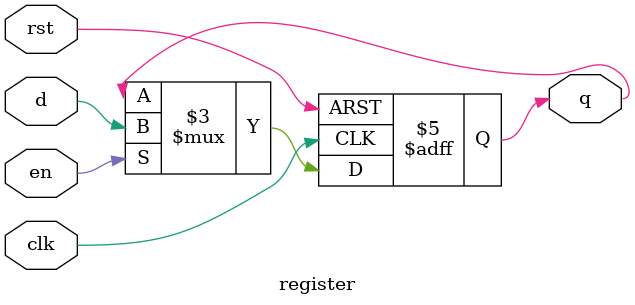
<source format=v>
module register(d, en, clk, rst, q);
input d, en, clk, rst;
output reg q;

always @(posedge clk or negedge rst) begin
	if (!rst) begin
		q <= 1'b0;
	end
	else begin
		if (en) begin
			q <= d;
		end
	end
end
endmodule

</source>
